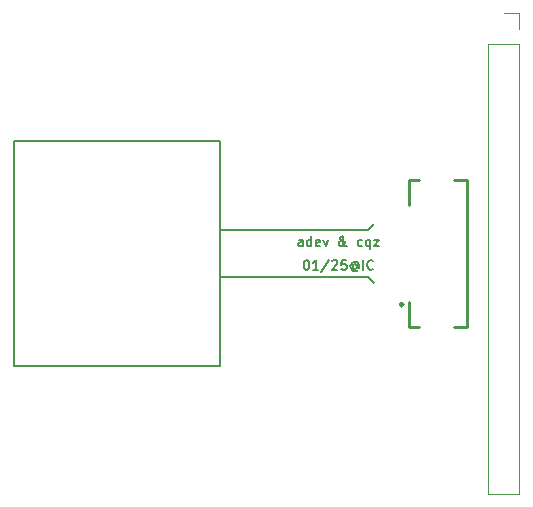
<source format=gbr>
%TF.GenerationSoftware,KiCad,Pcbnew,8.0.8-8.0.8-0~ubuntu24.04.1*%
%TF.CreationDate,2025-02-27T17:22:47+00:00*%
%TF.ProjectId,customSquare16x16mini,63757374-6f6d-4537-9175-617265313678,rev?*%
%TF.SameCoordinates,Original*%
%TF.FileFunction,Legend,Top*%
%TF.FilePolarity,Positive*%
%FSLAX46Y46*%
G04 Gerber Fmt 4.6, Leading zero omitted, Abs format (unit mm)*
G04 Created by KiCad (PCBNEW 8.0.8-8.0.8-0~ubuntu24.04.1) date 2025-02-27 17:22:47*
%MOMM*%
%LPD*%
G01*
G04 APERTURE LIST*
%ADD10C,0.152400*%
%ADD11C,0.250000*%
%ADD12C,0.120000*%
%ADD13R,1.250000X0.300000*%
%ADD14R,2.500000X2.000000*%
%ADD15R,1.700000X1.700000*%
%ADD16O,1.700000X1.700000*%
G04 APERTURE END LIST*
D10*
X124250001Y-116750000D02*
X136750001Y-116750000D01*
X124250001Y-112750000D02*
X136750001Y-112750000D01*
X136750001Y-112750000D02*
X137250001Y-112250000D01*
X136750001Y-116750000D02*
X137250001Y-117250000D01*
X106750001Y-105250000D02*
X124250001Y-105250000D01*
X124250001Y-124250000D01*
X106750001Y-124250000D01*
X106750001Y-105250000D01*
X131501962Y-115305291D02*
X131579372Y-115305291D01*
X131579372Y-115305291D02*
X131656781Y-115343996D01*
X131656781Y-115343996D02*
X131695486Y-115382701D01*
X131695486Y-115382701D02*
X131734191Y-115460110D01*
X131734191Y-115460110D02*
X131772896Y-115614929D01*
X131772896Y-115614929D02*
X131772896Y-115808453D01*
X131772896Y-115808453D02*
X131734191Y-115963272D01*
X131734191Y-115963272D02*
X131695486Y-116040682D01*
X131695486Y-116040682D02*
X131656781Y-116079387D01*
X131656781Y-116079387D02*
X131579372Y-116118091D01*
X131579372Y-116118091D02*
X131501962Y-116118091D01*
X131501962Y-116118091D02*
X131424553Y-116079387D01*
X131424553Y-116079387D02*
X131385848Y-116040682D01*
X131385848Y-116040682D02*
X131347143Y-115963272D01*
X131347143Y-115963272D02*
X131308439Y-115808453D01*
X131308439Y-115808453D02*
X131308439Y-115614929D01*
X131308439Y-115614929D02*
X131347143Y-115460110D01*
X131347143Y-115460110D02*
X131385848Y-115382701D01*
X131385848Y-115382701D02*
X131424553Y-115343996D01*
X131424553Y-115343996D02*
X131501962Y-115305291D01*
X132546991Y-116118091D02*
X132082534Y-116118091D01*
X132314762Y-116118091D02*
X132314762Y-115305291D01*
X132314762Y-115305291D02*
X132237353Y-115421406D01*
X132237353Y-115421406D02*
X132159943Y-115498815D01*
X132159943Y-115498815D02*
X132082534Y-115537520D01*
X133475905Y-115266587D02*
X132779219Y-116311615D01*
X133708134Y-115382701D02*
X133746838Y-115343996D01*
X133746838Y-115343996D02*
X133824248Y-115305291D01*
X133824248Y-115305291D02*
X134017772Y-115305291D01*
X134017772Y-115305291D02*
X134095181Y-115343996D01*
X134095181Y-115343996D02*
X134133886Y-115382701D01*
X134133886Y-115382701D02*
X134172591Y-115460110D01*
X134172591Y-115460110D02*
X134172591Y-115537520D01*
X134172591Y-115537520D02*
X134133886Y-115653634D01*
X134133886Y-115653634D02*
X133669429Y-116118091D01*
X133669429Y-116118091D02*
X134172591Y-116118091D01*
X134907981Y-115305291D02*
X134520933Y-115305291D01*
X134520933Y-115305291D02*
X134482229Y-115692339D01*
X134482229Y-115692339D02*
X134520933Y-115653634D01*
X134520933Y-115653634D02*
X134598343Y-115614929D01*
X134598343Y-115614929D02*
X134791867Y-115614929D01*
X134791867Y-115614929D02*
X134869276Y-115653634D01*
X134869276Y-115653634D02*
X134907981Y-115692339D01*
X134907981Y-115692339D02*
X134946686Y-115769748D01*
X134946686Y-115769748D02*
X134946686Y-115963272D01*
X134946686Y-115963272D02*
X134907981Y-116040682D01*
X134907981Y-116040682D02*
X134869276Y-116079387D01*
X134869276Y-116079387D02*
X134791867Y-116118091D01*
X134791867Y-116118091D02*
X134598343Y-116118091D01*
X134598343Y-116118091D02*
X134520933Y-116079387D01*
X134520933Y-116079387D02*
X134482229Y-116040682D01*
X135798190Y-115731044D02*
X135759485Y-115692339D01*
X135759485Y-115692339D02*
X135682076Y-115653634D01*
X135682076Y-115653634D02*
X135604666Y-115653634D01*
X135604666Y-115653634D02*
X135527257Y-115692339D01*
X135527257Y-115692339D02*
X135488552Y-115731044D01*
X135488552Y-115731044D02*
X135449847Y-115808453D01*
X135449847Y-115808453D02*
X135449847Y-115885863D01*
X135449847Y-115885863D02*
X135488552Y-115963272D01*
X135488552Y-115963272D02*
X135527257Y-116001977D01*
X135527257Y-116001977D02*
X135604666Y-116040682D01*
X135604666Y-116040682D02*
X135682076Y-116040682D01*
X135682076Y-116040682D02*
X135759485Y-116001977D01*
X135759485Y-116001977D02*
X135798190Y-115963272D01*
X135798190Y-115653634D02*
X135798190Y-115963272D01*
X135798190Y-115963272D02*
X135836895Y-116001977D01*
X135836895Y-116001977D02*
X135875600Y-116001977D01*
X135875600Y-116001977D02*
X135953009Y-115963272D01*
X135953009Y-115963272D02*
X135991714Y-115885863D01*
X135991714Y-115885863D02*
X135991714Y-115692339D01*
X135991714Y-115692339D02*
X135914305Y-115576225D01*
X135914305Y-115576225D02*
X135798190Y-115498815D01*
X135798190Y-115498815D02*
X135643371Y-115460110D01*
X135643371Y-115460110D02*
X135488552Y-115498815D01*
X135488552Y-115498815D02*
X135372438Y-115576225D01*
X135372438Y-115576225D02*
X135295028Y-115692339D01*
X135295028Y-115692339D02*
X135256324Y-115847158D01*
X135256324Y-115847158D02*
X135295028Y-116001977D01*
X135295028Y-116001977D02*
X135372438Y-116118091D01*
X135372438Y-116118091D02*
X135488552Y-116195501D01*
X135488552Y-116195501D02*
X135643371Y-116234206D01*
X135643371Y-116234206D02*
X135798190Y-116195501D01*
X135798190Y-116195501D02*
X135914305Y-116118091D01*
X136340057Y-116118091D02*
X136340057Y-115305291D01*
X137191562Y-116040682D02*
X137152858Y-116079387D01*
X137152858Y-116079387D02*
X137036743Y-116118091D01*
X137036743Y-116118091D02*
X136959334Y-116118091D01*
X136959334Y-116118091D02*
X136843220Y-116079387D01*
X136843220Y-116079387D02*
X136765810Y-116001977D01*
X136765810Y-116001977D02*
X136727105Y-115924567D01*
X136727105Y-115924567D02*
X136688401Y-115769748D01*
X136688401Y-115769748D02*
X136688401Y-115653634D01*
X136688401Y-115653634D02*
X136727105Y-115498815D01*
X136727105Y-115498815D02*
X136765810Y-115421406D01*
X136765810Y-115421406D02*
X136843220Y-115343996D01*
X136843220Y-115343996D02*
X136959334Y-115305291D01*
X136959334Y-115305291D02*
X137036743Y-115305291D01*
X137036743Y-115305291D02*
X137152858Y-115343996D01*
X137152858Y-115343996D02*
X137191562Y-115382701D01*
X131231030Y-114118091D02*
X131231030Y-113692339D01*
X131231030Y-113692339D02*
X131192325Y-113614929D01*
X131192325Y-113614929D02*
X131114916Y-113576225D01*
X131114916Y-113576225D02*
X130960097Y-113576225D01*
X130960097Y-113576225D02*
X130882687Y-113614929D01*
X131231030Y-114079387D02*
X131153621Y-114118091D01*
X131153621Y-114118091D02*
X130960097Y-114118091D01*
X130960097Y-114118091D02*
X130882687Y-114079387D01*
X130882687Y-114079387D02*
X130843983Y-114001977D01*
X130843983Y-114001977D02*
X130843983Y-113924567D01*
X130843983Y-113924567D02*
X130882687Y-113847158D01*
X130882687Y-113847158D02*
X130960097Y-113808453D01*
X130960097Y-113808453D02*
X131153621Y-113808453D01*
X131153621Y-113808453D02*
X131231030Y-113769748D01*
X131966420Y-114118091D02*
X131966420Y-113305291D01*
X131966420Y-114079387D02*
X131889011Y-114118091D01*
X131889011Y-114118091D02*
X131734192Y-114118091D01*
X131734192Y-114118091D02*
X131656782Y-114079387D01*
X131656782Y-114079387D02*
X131618077Y-114040682D01*
X131618077Y-114040682D02*
X131579373Y-113963272D01*
X131579373Y-113963272D02*
X131579373Y-113731044D01*
X131579373Y-113731044D02*
X131618077Y-113653634D01*
X131618077Y-113653634D02*
X131656782Y-113614929D01*
X131656782Y-113614929D02*
X131734192Y-113576225D01*
X131734192Y-113576225D02*
X131889011Y-113576225D01*
X131889011Y-113576225D02*
X131966420Y-113614929D01*
X132663105Y-114079387D02*
X132585696Y-114118091D01*
X132585696Y-114118091D02*
X132430877Y-114118091D01*
X132430877Y-114118091D02*
X132353467Y-114079387D01*
X132353467Y-114079387D02*
X132314763Y-114001977D01*
X132314763Y-114001977D02*
X132314763Y-113692339D01*
X132314763Y-113692339D02*
X132353467Y-113614929D01*
X132353467Y-113614929D02*
X132430877Y-113576225D01*
X132430877Y-113576225D02*
X132585696Y-113576225D01*
X132585696Y-113576225D02*
X132663105Y-113614929D01*
X132663105Y-113614929D02*
X132701810Y-113692339D01*
X132701810Y-113692339D02*
X132701810Y-113769748D01*
X132701810Y-113769748D02*
X132314763Y-113847158D01*
X132972744Y-113576225D02*
X133166268Y-114118091D01*
X133166268Y-114118091D02*
X133359791Y-113576225D01*
X134946686Y-114118091D02*
X134907982Y-114118091D01*
X134907982Y-114118091D02*
X134830572Y-114079387D01*
X134830572Y-114079387D02*
X134714458Y-113963272D01*
X134714458Y-113963272D02*
X134520934Y-113731044D01*
X134520934Y-113731044D02*
X134443524Y-113614929D01*
X134443524Y-113614929D02*
X134404820Y-113498815D01*
X134404820Y-113498815D02*
X134404820Y-113421406D01*
X134404820Y-113421406D02*
X134443524Y-113343996D01*
X134443524Y-113343996D02*
X134520934Y-113305291D01*
X134520934Y-113305291D02*
X134559639Y-113305291D01*
X134559639Y-113305291D02*
X134637048Y-113343996D01*
X134637048Y-113343996D02*
X134675753Y-113421406D01*
X134675753Y-113421406D02*
X134675753Y-113460110D01*
X134675753Y-113460110D02*
X134637048Y-113537520D01*
X134637048Y-113537520D02*
X134598343Y-113576225D01*
X134598343Y-113576225D02*
X134366115Y-113731044D01*
X134366115Y-113731044D02*
X134327410Y-113769748D01*
X134327410Y-113769748D02*
X134288705Y-113847158D01*
X134288705Y-113847158D02*
X134288705Y-113963272D01*
X134288705Y-113963272D02*
X134327410Y-114040682D01*
X134327410Y-114040682D02*
X134366115Y-114079387D01*
X134366115Y-114079387D02*
X134443524Y-114118091D01*
X134443524Y-114118091D02*
X134559639Y-114118091D01*
X134559639Y-114118091D02*
X134637048Y-114079387D01*
X134637048Y-114079387D02*
X134675753Y-114040682D01*
X134675753Y-114040682D02*
X134791867Y-113885863D01*
X134791867Y-113885863D02*
X134830572Y-113769748D01*
X134830572Y-113769748D02*
X134830572Y-113692339D01*
X136262648Y-114079387D02*
X136185239Y-114118091D01*
X136185239Y-114118091D02*
X136030420Y-114118091D01*
X136030420Y-114118091D02*
X135953010Y-114079387D01*
X135953010Y-114079387D02*
X135914305Y-114040682D01*
X135914305Y-114040682D02*
X135875601Y-113963272D01*
X135875601Y-113963272D02*
X135875601Y-113731044D01*
X135875601Y-113731044D02*
X135914305Y-113653634D01*
X135914305Y-113653634D02*
X135953010Y-113614929D01*
X135953010Y-113614929D02*
X136030420Y-113576225D01*
X136030420Y-113576225D02*
X136185239Y-113576225D01*
X136185239Y-113576225D02*
X136262648Y-113614929D01*
X136959334Y-113576225D02*
X136959334Y-114389025D01*
X136959334Y-114079387D02*
X136881925Y-114118091D01*
X136881925Y-114118091D02*
X136727106Y-114118091D01*
X136727106Y-114118091D02*
X136649696Y-114079387D01*
X136649696Y-114079387D02*
X136610991Y-114040682D01*
X136610991Y-114040682D02*
X136572287Y-113963272D01*
X136572287Y-113963272D02*
X136572287Y-113731044D01*
X136572287Y-113731044D02*
X136610991Y-113653634D01*
X136610991Y-113653634D02*
X136649696Y-113614929D01*
X136649696Y-113614929D02*
X136727106Y-113576225D01*
X136727106Y-113576225D02*
X136881925Y-113576225D01*
X136881925Y-113576225D02*
X136959334Y-113614929D01*
X137268972Y-113576225D02*
X137694724Y-113576225D01*
X137694724Y-113576225D02*
X137268972Y-114118091D01*
X137268972Y-114118091D02*
X137694724Y-114118091D01*
D11*
%TO.C,FPC2*%
X140230000Y-108550000D02*
X140230000Y-110620000D01*
X140250000Y-120950000D02*
X140250000Y-118890000D01*
X141060000Y-108550000D02*
X140230000Y-108550000D01*
X141060000Y-120950000D02*
X140250000Y-120950000D01*
X145160000Y-108549999D02*
X144020000Y-108550000D01*
X145160000Y-120950001D02*
X144020000Y-120950000D01*
X145160000Y-120950001D02*
X145160000Y-108549999D01*
X139730000Y-119080000D02*
G75*
G02*
X139470000Y-119080000I-130000J0D01*
G01*
X139470000Y-119080000D02*
G75*
G02*
X139730000Y-119080000I130000J0D01*
G01*
D12*
%TO.C,J1*%
X146920000Y-96970000D02*
X146920000Y-135130000D01*
X146920000Y-96970000D02*
X149580000Y-96970000D01*
X146920000Y-135130000D02*
X149580000Y-135130000D01*
X148250000Y-94370000D02*
X149580000Y-94370000D01*
X149580000Y-94370000D02*
X149580000Y-95700000D01*
X149580000Y-96970000D02*
X149580000Y-135130000D01*
%TD*%
%LPC*%
G36*
X107450001Y-107450000D02*
G01*
X122050001Y-107450000D01*
X122050001Y-122050000D01*
X107450001Y-122050000D01*
X107450001Y-107450000D01*
G37*
D13*
%TO.C,FPC2*%
X139960000Y-118500000D03*
X139960000Y-118000000D03*
X139960000Y-117500000D03*
X139960000Y-117000000D03*
X139960000Y-116500000D03*
X139960000Y-116000000D03*
X139960000Y-115500000D03*
X139960000Y-115000000D03*
X139960000Y-114500000D03*
X139960000Y-114000000D03*
X139960000Y-113500000D03*
X139960000Y-113000000D03*
X139960000Y-112500000D03*
X139960000Y-112000000D03*
X139960000Y-111500000D03*
X139960000Y-111000000D03*
D14*
X142540000Y-109310000D03*
X142540000Y-120190000D03*
%TD*%
D15*
%TO.C,J1*%
X148250000Y-95700000D03*
D16*
X148250000Y-98240000D03*
X148250000Y-100780000D03*
X148250000Y-103320000D03*
X148250000Y-105860000D03*
X148250000Y-108400000D03*
X148250000Y-110940000D03*
X148250000Y-113480000D03*
X148250000Y-116020000D03*
X148250000Y-118560000D03*
X148250000Y-121100000D03*
X148250000Y-123640000D03*
X148250000Y-126180000D03*
X148250000Y-128720000D03*
X148250000Y-131260000D03*
X148250000Y-133800000D03*
%TD*%
D15*
%TO.C,J2*%
X152250000Y-133800000D03*
D16*
X152250000Y-131260000D03*
X152250000Y-128720000D03*
X152250000Y-126180000D03*
X152250000Y-123640000D03*
X152250000Y-121100000D03*
X152250000Y-118560000D03*
X152250000Y-116020000D03*
X152250000Y-113480000D03*
X152250000Y-110940000D03*
X152250000Y-108400000D03*
X152250000Y-105860000D03*
X152250000Y-103320000D03*
X152250000Y-100780000D03*
X152250000Y-98240000D03*
X152250000Y-95700000D03*
%TD*%
%LPD*%
M02*

</source>
